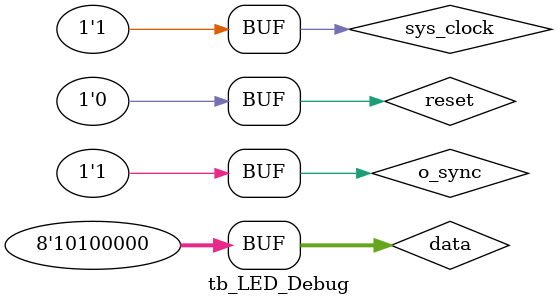
<source format=v>
`timescale 1us/1ns
module tb_LED_Debug();

	reg sys_clock;
	reg reset;
	reg o_sync;
	reg signed [7:0] data;
	wire [7:0] LEDR;
						
	LED_Debug DUT1(sys_clock, reset, o_sync, data, LEDR);
	
	initial begin
		reset = 1'b1;
		o_sync = 1'b0;
		data = 8'hc0;
		#30;
		reset = 1'b0;
		#40;
		o_sync = 1'b1;
		#40
		o_sync = 0;
		#10;
		data = 8'ha0;
		#30;
		o_sync = 1'b1;
	end
	
	always begin
		sys_clock = 1'b0;
		#5;
		sys_clock = 1'b1;
		#5;
	end

endmodule 
</source>
